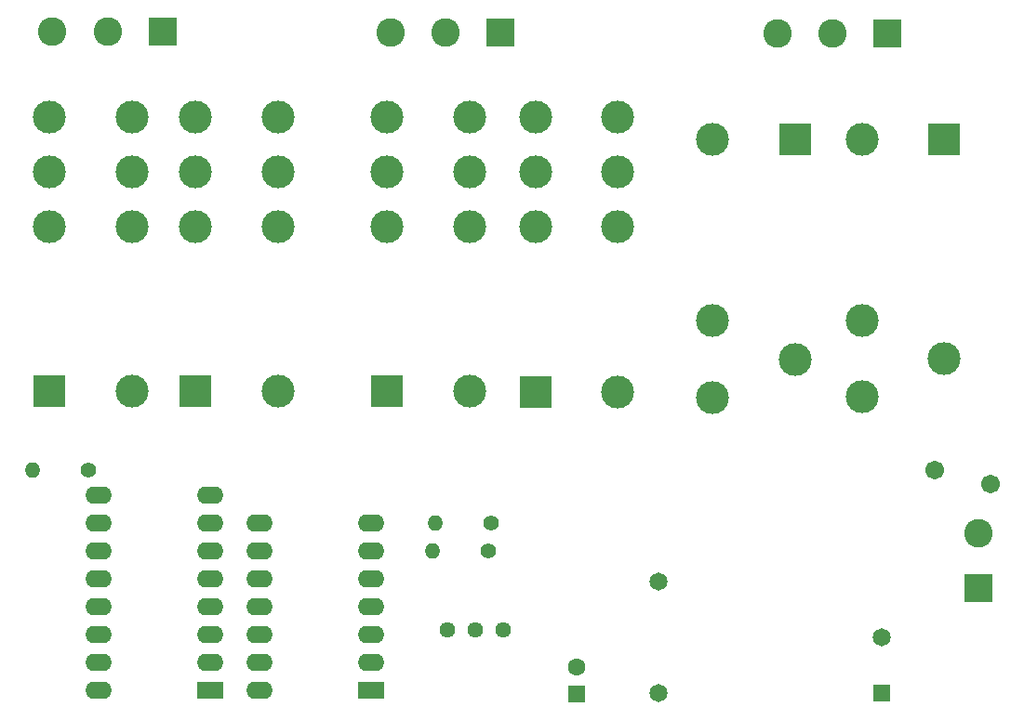
<source format=gbr>
%TF.GenerationSoftware,KiCad,Pcbnew,(6.0.7)*%
%TF.CreationDate,2022-09-06T00:26:26+01:00*%
%TF.ProjectId,Cortinas Eletricas,436f7274-696e-4617-9320-456c65747269,rev?*%
%TF.SameCoordinates,Original*%
%TF.FileFunction,Copper,L1,Top*%
%TF.FilePolarity,Positive*%
%FSLAX46Y46*%
G04 Gerber Fmt 4.6, Leading zero omitted, Abs format (unit mm)*
G04 Created by KiCad (PCBNEW (6.0.7)) date 2022-09-06 00:26:26*
%MOMM*%
%LPD*%
G01*
G04 APERTURE LIST*
%TA.AperFunction,ComponentPad*%
%ADD10C,1.400000*%
%TD*%
%TA.AperFunction,ComponentPad*%
%ADD11O,1.400000X1.400000*%
%TD*%
%TA.AperFunction,ComponentPad*%
%ADD12R,1.600000X1.600000*%
%TD*%
%TA.AperFunction,ComponentPad*%
%ADD13C,1.600000*%
%TD*%
%TA.AperFunction,ComponentPad*%
%ADD14R,2.400000X1.600000*%
%TD*%
%TA.AperFunction,ComponentPad*%
%ADD15O,2.400000X1.600000*%
%TD*%
%TA.AperFunction,ComponentPad*%
%ADD16C,3.000000*%
%TD*%
%TA.AperFunction,ComponentPad*%
%ADD17R,3.000000X3.000000*%
%TD*%
%TA.AperFunction,ComponentPad*%
%ADD18C,2.600000*%
%TD*%
%TA.AperFunction,ComponentPad*%
%ADD19R,2.600000X2.600000*%
%TD*%
%TA.AperFunction,ComponentPad*%
%ADD20C,1.650000*%
%TD*%
%TA.AperFunction,ComponentPad*%
%ADD21R,1.650000X1.650000*%
%TD*%
%TA.AperFunction,ComponentPad*%
%ADD22C,1.440000*%
%TD*%
%TA.AperFunction,ComponentPad*%
%ADD23C,1.710000*%
%TD*%
G04 APERTURE END LIST*
D10*
%TO.P,R3,1*%
%TO.N,Net-(U2-Pad9)*%
X97580000Y-114050000D03*
D11*
%TO.P,R3,2*%
%TO.N,+5V*%
X92500000Y-114050000D03*
%TD*%
D12*
%TO.P,C1,1*%
%TO.N,+5V*%
X142100000Y-134452651D03*
D13*
%TO.P,C1,2*%
%TO.N,Earth*%
X142100000Y-131952651D03*
%TD*%
D14*
%TO.P,U1,1,VCC*%
%TO.N,+5V*%
X123345000Y-134125000D03*
D15*
%TO.P,U1,2,PB0*%
%TO.N,unconnected-(U1-Pad2)*%
X123345000Y-131585000D03*
%TO.P,U1,3,PB1*%
%TO.N,unconnected-(U1-Pad3)*%
X123345000Y-129045000D03*
%TO.P,U1,4,PB3*%
%TO.N,RST*%
X123345000Y-126505000D03*
%TO.P,U1,5,PB2*%
%TO.N,unconnected-(U1-Pad5)*%
X123345000Y-123965000D03*
%TO.P,U1,6,PA7*%
%TO.N,DOW*%
X123345000Y-121425000D03*
%TO.P,U1,7,PA6*%
%TO.N,UP*%
X123345000Y-118885000D03*
%TO.P,U1,8,PA5*%
%TO.N,ON M1*%
X113185000Y-118885000D03*
%TO.P,U1,9,PA4*%
%TO.N,ON M2*%
X113185000Y-121425000D03*
%TO.P,U1,10,PA3*%
%TO.N,DIR M1*%
X113185000Y-123965000D03*
%TO.P,U1,11,PA2*%
%TO.N,DIR M2*%
X113185000Y-126505000D03*
%TO.P,U1,12,PA1*%
%TO.N,unconnected-(U1-Pad12)*%
X113185000Y-129045000D03*
%TO.P,U1,13,PA0*%
%TO.N,Net-(U1-Pad13)*%
X113185000Y-131585000D03*
%TO.P,U1,14,GND*%
%TO.N,Earth*%
X113185000Y-134125000D03*
%TD*%
D16*
%TO.P,K6,A2*%
%TO.N,Earth*%
X114860000Y-106840000D03*
D17*
%TO.P,K6,A1*%
%TO.N,RL01*%
X107360000Y-106840000D03*
D16*
%TO.P,K6,24*%
%TO.N,Net-(K5-Pad21)*%
X114860000Y-81840000D03*
%TO.P,K6,22*%
%TO.N,unconnected-(K6-Pad22)*%
X114860000Y-91840000D03*
%TO.P,K6,21*%
%TO.N,FASE*%
X114860000Y-86840000D03*
%TO.P,K6,14*%
%TO.N,Net-(K5-Pad11)*%
X107360000Y-81840000D03*
%TO.P,K6,12*%
%TO.N,unconnected-(K6-Pad12)*%
X107360000Y-91840000D03*
%TO.P,K6,11*%
%TO.N,NEUTRO*%
X107360000Y-86840000D03*
%TD*%
%TO.P,K5,11*%
%TO.N,Net-(K5-Pad11)*%
X94100000Y-86850000D03*
%TO.P,K5,12*%
%TO.N,Net-(J4-Pad3)*%
X94100000Y-91850000D03*
%TO.P,K5,14*%
X94100000Y-81850000D03*
%TO.P,K5,21*%
%TO.N,Net-(K5-Pad21)*%
X101600000Y-86850000D03*
%TO.P,K5,22*%
%TO.N,Net-(K5-Pad22)*%
X101600000Y-91850000D03*
%TO.P,K5,24*%
%TO.N,Net-(K5-Pad24)*%
X101600000Y-81850000D03*
D17*
%TO.P,K5,A1*%
%TO.N,RL02*%
X94100000Y-106850000D03*
D16*
%TO.P,K5,A2*%
%TO.N,Earth*%
X101600000Y-106850000D03*
%TD*%
%TO.P,K4,11*%
%TO.N,NEUTRO*%
X138307500Y-86897500D03*
%TO.P,K4,12*%
%TO.N,unconnected-(K4-Pad12)*%
X138307500Y-91897500D03*
%TO.P,K4,14*%
%TO.N,Net-(K3-Pad11)*%
X138307500Y-81897500D03*
%TO.P,K4,21*%
%TO.N,FASE*%
X145807500Y-86897500D03*
%TO.P,K4,22*%
%TO.N,unconnected-(K4-Pad22)*%
X145807500Y-91897500D03*
%TO.P,K4,24*%
%TO.N,Net-(K3-Pad21)*%
X145807500Y-81897500D03*
D17*
%TO.P,K4,A1*%
%TO.N,RL04*%
X138307500Y-106897500D03*
D16*
%TO.P,K4,A2*%
%TO.N,Earth*%
X145807500Y-106897500D03*
%TD*%
%TO.P,K3,11*%
%TO.N,Net-(K3-Pad11)*%
X124830000Y-86875000D03*
%TO.P,K3,12*%
%TO.N,Net-(K3-Pad12)*%
X124830000Y-91875000D03*
%TO.P,K3,14*%
X124830000Y-81875000D03*
%TO.P,K3,21*%
%TO.N,Net-(K3-Pad21)*%
X132330000Y-86875000D03*
%TO.P,K3,22*%
%TO.N,Net-(K3-Pad22)*%
X132330000Y-91875000D03*
%TO.P,K3,24*%
%TO.N,Net-(K3-Pad24)*%
X132330000Y-81875000D03*
D17*
%TO.P,K3,A1*%
%TO.N,RL03*%
X124830000Y-106875000D03*
D16*
%TO.P,K3,A2*%
%TO.N,Earth*%
X132330000Y-106875000D03*
%TD*%
%TO.P,K2,11*%
%TO.N,+5V*%
X161947500Y-103927500D03*
%TO.P,K2,12*%
%TO.N,unconnected-(K2-Pad12)*%
X154447500Y-100427500D03*
%TO.P,K2,14*%
%TO.N,Net-(K2-Pad14)*%
X154447500Y-107427500D03*
D17*
%TO.P,K2,A1*%
%TO.N,Net-(K2-PadA1)*%
X161947500Y-83927500D03*
D16*
%TO.P,K2,A2*%
%TO.N,NEUTRO*%
X154447500Y-83927500D03*
%TD*%
%TO.P,K1,11*%
%TO.N,+5V*%
X175537500Y-103887500D03*
%TO.P,K1,12*%
%TO.N,unconnected-(K1-Pad12)*%
X168037500Y-100387500D03*
%TO.P,K1,14*%
%TO.N,Net-(K1-Pad14)*%
X168037500Y-107387500D03*
D17*
%TO.P,K1,A1*%
%TO.N,NEUTRO*%
X175537500Y-83887500D03*
D16*
%TO.P,K1,A2*%
%TO.N,Net-(K1-PadA2)*%
X168037500Y-83887500D03*
%TD*%
D18*
%TO.P,J4,3,Pin_3*%
%TO.N,Net-(J4-Pad3)*%
X94360000Y-74040000D03*
%TO.P,J4,2,Pin_2*%
%TO.N,Net-(K5-Pad22)*%
X99360000Y-74040000D03*
D19*
%TO.P,J4,1,Pin_1*%
%TO.N,Net-(K5-Pad24)*%
X104360000Y-74040000D03*
%TD*%
D18*
%TO.P,J2,3,Pin_3*%
%TO.N,Net-(K3-Pad12)*%
X125132500Y-74132500D03*
%TO.P,J2,2,Pin_2*%
%TO.N,Net-(K3-Pad22)*%
X130132500Y-74132500D03*
D19*
%TO.P,J2,1,Pin_1*%
%TO.N,Net-(K3-Pad24)*%
X135132500Y-74132500D03*
%TD*%
%TO.P,J1,1,Pin_1*%
%TO.N,NEUTRO*%
X178690000Y-124760000D03*
D18*
%TO.P,J1,2,Pin_2*%
%TO.N,Net-(J1-Pad2)*%
X178690000Y-119760000D03*
%TD*%
D14*
%TO.P,U2,1,I1*%
%TO.N,unconnected-(U2-Pad1)*%
X108705000Y-134145000D03*
D15*
%TO.P,U2,2,I2*%
%TO.N,unconnected-(U2-Pad2)*%
X108705000Y-131605000D03*
%TO.P,U2,3,I3*%
%TO.N,unconnected-(U2-Pad3)*%
X108705000Y-129065000D03*
%TO.P,U2,4,I4*%
%TO.N,DIR M2*%
X108705000Y-126525000D03*
%TO.P,U2,5,I5*%
%TO.N,DIR M1*%
X108705000Y-123985000D03*
%TO.P,U2,6,I6*%
%TO.N,ON M2*%
X108705000Y-121445000D03*
%TO.P,U2,7,I7*%
%TO.N,ON M1*%
X108705000Y-118905000D03*
%TO.P,U2,8,GND*%
%TO.N,Earth*%
X108705000Y-116365000D03*
%TO.P,U2,9,COM*%
%TO.N,Net-(U2-Pad9)*%
X98545000Y-116365000D03*
%TO.P,U2,10,O7*%
%TO.N,RL03*%
X98545000Y-118905000D03*
%TO.P,U2,11,O6*%
%TO.N,RL04*%
X98545000Y-121445000D03*
%TO.P,U2,12,O5*%
%TO.N,RL01*%
X98545000Y-123985000D03*
%TO.P,U2,13,O4*%
%TO.N,RL02*%
X98545000Y-126525000D03*
%TO.P,U2,14,O3*%
%TO.N,unconnected-(U2-Pad14)*%
X98545000Y-129065000D03*
%TO.P,U2,15,O2*%
%TO.N,unconnected-(U2-Pad15)*%
X98545000Y-131605000D03*
%TO.P,U2,16,O1*%
%TO.N,unconnected-(U2-Pad16)*%
X98545000Y-134145000D03*
%TD*%
D19*
%TO.P,J3,1,Pin_1*%
%TO.N,Net-(K1-PadA2)*%
X170320000Y-74245000D03*
D18*
%TO.P,J3,2,Pin_2*%
%TO.N,FASE*%
X165320000Y-74245000D03*
%TO.P,J3,3,Pin_3*%
%TO.N,Net-(K2-PadA1)*%
X160320000Y-74245000D03*
%TD*%
D20*
%TO.P,PS1,5,+VO*%
%TO.N,+5V*%
X149510000Y-134380000D03*
%TO.P,PS1,4,-VO*%
%TO.N,Earth*%
X149510000Y-124220000D03*
%TO.P,PS1,2,AC(L)*%
%TO.N,FASE*%
X169830000Y-129300000D03*
D21*
%TO.P,PS1,1,AC(N)*%
%TO.N,NEUTRO*%
X169830000Y-134380000D03*
%TD*%
D22*
%TO.P,RV1,3,3*%
%TO.N,Earth*%
X130280000Y-128600000D03*
%TO.P,RV1,2,2*%
%TO.N,Net-(U1-Pad13)*%
X132820000Y-128600000D03*
%TO.P,RV1,1,1*%
%TO.N,+5V*%
X135360000Y-128600000D03*
%TD*%
D11*
%TO.P,R2,2*%
%TO.N,UP*%
X129190000Y-118890000D03*
D10*
%TO.P,R2,1*%
%TO.N,Net-(K2-Pad14)*%
X134270000Y-118890000D03*
%TD*%
%TO.P,R1,1*%
%TO.N,Net-(K1-Pad14)*%
X134040000Y-121390000D03*
D11*
%TO.P,R1,2*%
%TO.N,DOW*%
X128960000Y-121390000D03*
%TD*%
D23*
%TO.P,F1,1*%
%TO.N,Net-(J1-Pad2)*%
X179770000Y-115280000D03*
%TO.P,F1,2*%
%TO.N,FASE*%
X174670000Y-114080000D03*
%TD*%
M02*

</source>
